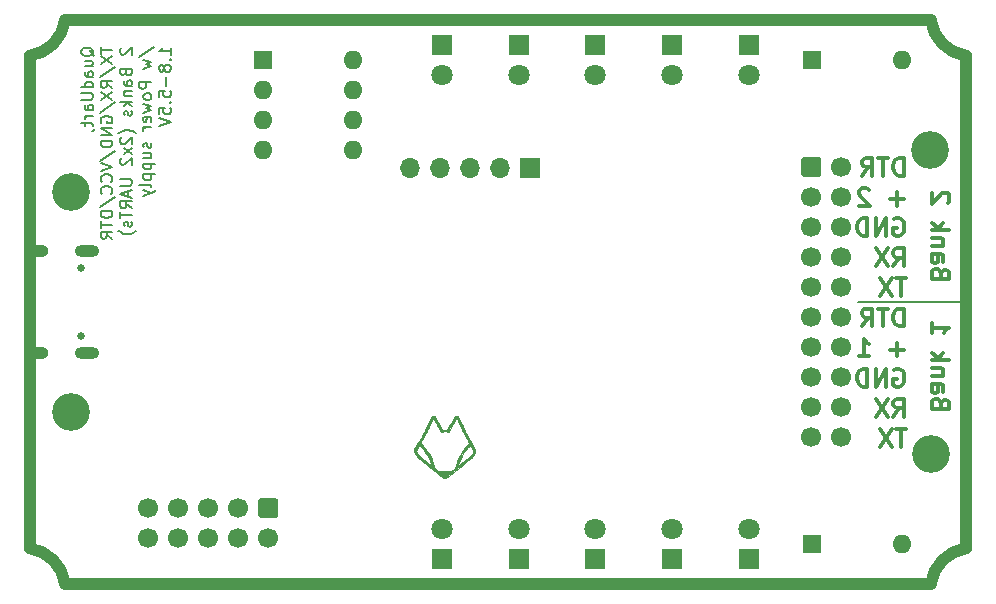
<source format=gbs>
%TF.GenerationSoftware,KiCad,Pcbnew,5.1.8-db9833491~88~ubuntu20.04.1*%
%TF.CreationDate,2020-11-29T18:06:49+01:00*%
%TF.ProjectId,QuadUart,51756164-5561-4727-942e-6b696361645f,rev?*%
%TF.SameCoordinates,PX8f0d180PY5e20ae0*%
%TF.FileFunction,Soldermask,Bot*%
%TF.FilePolarity,Negative*%
%FSLAX46Y46*%
G04 Gerber Fmt 4.6, Leading zero omitted, Abs format (unit mm)*
G04 Created by KiCad (PCBNEW 5.1.8-db9833491~88~ubuntu20.04.1) date 2020-11-29 18:06:49*
%MOMM*%
%LPD*%
G01*
G04 APERTURE LIST*
%ADD10C,0.150000*%
%ADD11C,0.300000*%
%ADD12C,1.000000*%
%ADD13C,0.010000*%
%ADD14O,1.700000X1.700000*%
%ADD15R,1.700000X1.700000*%
%ADD16C,3.200000*%
%ADD17O,2.100000X1.000000*%
%ADD18O,1.800000X1.000000*%
%ADD19C,0.650000*%
%ADD20O,1.600000X1.600000*%
%ADD21R,1.600000X1.600000*%
%ADD22C,1.700000*%
%ADD23C,1.800000*%
%ADD24R,1.800000X1.800000*%
G04 APERTURE END LIST*
D10*
X5947619Y45147739D02*
X5900000Y45242977D01*
X5804761Y45338215D01*
X5661904Y45481072D01*
X5614285Y45576310D01*
X5614285Y45671548D01*
X5852380Y45623929D02*
X5804761Y45719167D01*
X5709523Y45814405D01*
X5519047Y45862024D01*
X5185714Y45862024D01*
X4995238Y45814405D01*
X4900000Y45719167D01*
X4852380Y45623929D01*
X4852380Y45433453D01*
X4900000Y45338215D01*
X4995238Y45242977D01*
X5185714Y45195358D01*
X5519047Y45195358D01*
X5709523Y45242977D01*
X5804761Y45338215D01*
X5852380Y45433453D01*
X5852380Y45623929D01*
X5185714Y44338215D02*
X5852380Y44338215D01*
X5185714Y44766786D02*
X5709523Y44766786D01*
X5804761Y44719167D01*
X5852380Y44623929D01*
X5852380Y44481072D01*
X5804761Y44385834D01*
X5757142Y44338215D01*
X5852380Y43433453D02*
X5328571Y43433453D01*
X5233333Y43481072D01*
X5185714Y43576310D01*
X5185714Y43766786D01*
X5233333Y43862024D01*
X5804761Y43433453D02*
X5852380Y43528691D01*
X5852380Y43766786D01*
X5804761Y43862024D01*
X5709523Y43909643D01*
X5614285Y43909643D01*
X5519047Y43862024D01*
X5471428Y43766786D01*
X5471428Y43528691D01*
X5423809Y43433453D01*
X5852380Y42528691D02*
X4852380Y42528691D01*
X5804761Y42528691D02*
X5852380Y42623929D01*
X5852380Y42814405D01*
X5804761Y42909643D01*
X5757142Y42957262D01*
X5661904Y43004881D01*
X5376190Y43004881D01*
X5280952Y42957262D01*
X5233333Y42909643D01*
X5185714Y42814405D01*
X5185714Y42623929D01*
X5233333Y42528691D01*
X4852380Y42052500D02*
X5661904Y42052500D01*
X5757142Y42004881D01*
X5804761Y41957262D01*
X5852380Y41862024D01*
X5852380Y41671548D01*
X5804761Y41576310D01*
X5757142Y41528691D01*
X5661904Y41481072D01*
X4852380Y41481072D01*
X5852380Y40576310D02*
X5328571Y40576310D01*
X5233333Y40623929D01*
X5185714Y40719167D01*
X5185714Y40909643D01*
X5233333Y41004881D01*
X5804761Y40576310D02*
X5852380Y40671548D01*
X5852380Y40909643D01*
X5804761Y41004881D01*
X5709523Y41052500D01*
X5614285Y41052500D01*
X5519047Y41004881D01*
X5471428Y40909643D01*
X5471428Y40671548D01*
X5423809Y40576310D01*
X5852380Y40100120D02*
X5185714Y40100120D01*
X5376190Y40100120D02*
X5280952Y40052500D01*
X5233333Y40004881D01*
X5185714Y39909643D01*
X5185714Y39814405D01*
X5185714Y39623929D02*
X5185714Y39242977D01*
X4852380Y39481072D02*
X5709523Y39481072D01*
X5804761Y39433453D01*
X5852380Y39338215D01*
X5852380Y39242977D01*
X5804761Y38862024D02*
X5852380Y38862024D01*
X5947619Y38909643D01*
X5995238Y38957262D01*
X6502380Y45957262D02*
X6502380Y45385834D01*
X7502380Y45671548D02*
X6502380Y45671548D01*
X6502380Y45147739D02*
X7502380Y44481072D01*
X6502380Y44481072D02*
X7502380Y45147739D01*
X6454761Y43385834D02*
X7740476Y44242977D01*
X7502380Y42481072D02*
X7026190Y42814405D01*
X7502380Y43052500D02*
X6502380Y43052500D01*
X6502380Y42671548D01*
X6550000Y42576310D01*
X6597619Y42528691D01*
X6692857Y42481072D01*
X6835714Y42481072D01*
X6930952Y42528691D01*
X6978571Y42576310D01*
X7026190Y42671548D01*
X7026190Y43052500D01*
X6502380Y42147739D02*
X7502380Y41481072D01*
X6502380Y41481072D02*
X7502380Y42147739D01*
X6454761Y40385834D02*
X7740476Y41242977D01*
X6550000Y39528691D02*
X6502380Y39623929D01*
X6502380Y39766786D01*
X6550000Y39909643D01*
X6645238Y40004881D01*
X6740476Y40052500D01*
X6930952Y40100120D01*
X7073809Y40100120D01*
X7264285Y40052500D01*
X7359523Y40004881D01*
X7454761Y39909643D01*
X7502380Y39766786D01*
X7502380Y39671548D01*
X7454761Y39528691D01*
X7407142Y39481072D01*
X7073809Y39481072D01*
X7073809Y39671548D01*
X7502380Y39052500D02*
X6502380Y39052500D01*
X7502380Y38481072D01*
X6502380Y38481072D01*
X7502380Y38004881D02*
X6502380Y38004881D01*
X6502380Y37766786D01*
X6550000Y37623929D01*
X6645238Y37528691D01*
X6740476Y37481072D01*
X6930952Y37433453D01*
X7073809Y37433453D01*
X7264285Y37481072D01*
X7359523Y37528691D01*
X7454761Y37623929D01*
X7502380Y37766786D01*
X7502380Y38004881D01*
X6454761Y36290596D02*
X7740476Y37147739D01*
X6502380Y36100120D02*
X7502380Y35766786D01*
X6502380Y35433453D01*
X7407142Y34528691D02*
X7454761Y34576310D01*
X7502380Y34719167D01*
X7502380Y34814405D01*
X7454761Y34957262D01*
X7359523Y35052500D01*
X7264285Y35100120D01*
X7073809Y35147739D01*
X6930952Y35147739D01*
X6740476Y35100120D01*
X6645238Y35052500D01*
X6550000Y34957262D01*
X6502380Y34814405D01*
X6502380Y34719167D01*
X6550000Y34576310D01*
X6597619Y34528691D01*
X7407142Y33528691D02*
X7454761Y33576310D01*
X7502380Y33719167D01*
X7502380Y33814405D01*
X7454761Y33957262D01*
X7359523Y34052500D01*
X7264285Y34100120D01*
X7073809Y34147739D01*
X6930952Y34147739D01*
X6740476Y34100120D01*
X6645238Y34052500D01*
X6550000Y33957262D01*
X6502380Y33814405D01*
X6502380Y33719167D01*
X6550000Y33576310D01*
X6597619Y33528691D01*
X6454761Y32385834D02*
X7740476Y33242977D01*
X7502380Y32052500D02*
X6502380Y32052500D01*
X6502380Y31814405D01*
X6550000Y31671548D01*
X6645238Y31576310D01*
X6740476Y31528691D01*
X6930952Y31481072D01*
X7073809Y31481072D01*
X7264285Y31528691D01*
X7359523Y31576310D01*
X7454761Y31671548D01*
X7502380Y31814405D01*
X7502380Y32052500D01*
X6502380Y31195358D02*
X6502380Y30623929D01*
X7502380Y30909643D02*
X6502380Y30909643D01*
X7502380Y29719167D02*
X7026190Y30052500D01*
X7502380Y30290596D02*
X6502380Y30290596D01*
X6502380Y29909643D01*
X6550000Y29814405D01*
X6597619Y29766786D01*
X6692857Y29719167D01*
X6835714Y29719167D01*
X6930952Y29766786D01*
X6978571Y29814405D01*
X7026190Y29909643D01*
X7026190Y30290596D01*
X8247619Y45862024D02*
X8200000Y45814405D01*
X8152380Y45719167D01*
X8152380Y45481072D01*
X8200000Y45385834D01*
X8247619Y45338215D01*
X8342857Y45290596D01*
X8438095Y45290596D01*
X8580952Y45338215D01*
X9152380Y45909643D01*
X9152380Y45290596D01*
X8628571Y43766786D02*
X8676190Y43623929D01*
X8723809Y43576310D01*
X8819047Y43528691D01*
X8961904Y43528691D01*
X9057142Y43576310D01*
X9104761Y43623929D01*
X9152380Y43719167D01*
X9152380Y44100120D01*
X8152380Y44100120D01*
X8152380Y43766786D01*
X8200000Y43671548D01*
X8247619Y43623929D01*
X8342857Y43576310D01*
X8438095Y43576310D01*
X8533333Y43623929D01*
X8580952Y43671548D01*
X8628571Y43766786D01*
X8628571Y44100120D01*
X9152380Y42671548D02*
X8628571Y42671548D01*
X8533333Y42719167D01*
X8485714Y42814405D01*
X8485714Y43004881D01*
X8533333Y43100120D01*
X9104761Y42671548D02*
X9152380Y42766786D01*
X9152380Y43004881D01*
X9104761Y43100120D01*
X9009523Y43147739D01*
X8914285Y43147739D01*
X8819047Y43100120D01*
X8771428Y43004881D01*
X8771428Y42766786D01*
X8723809Y42671548D01*
X8485714Y42195358D02*
X9152380Y42195358D01*
X8580952Y42195358D02*
X8533333Y42147739D01*
X8485714Y42052501D01*
X8485714Y41909643D01*
X8533333Y41814405D01*
X8628571Y41766786D01*
X9152380Y41766786D01*
X9152380Y41290596D02*
X8152380Y41290596D01*
X8771428Y41195358D02*
X9152380Y40909643D01*
X8485714Y40909643D02*
X8866666Y41290596D01*
X9104761Y40528691D02*
X9152380Y40433453D01*
X9152380Y40242977D01*
X9104761Y40147739D01*
X9009523Y40100120D01*
X8961904Y40100120D01*
X8866666Y40147739D01*
X8819047Y40242977D01*
X8819047Y40385834D01*
X8771428Y40481072D01*
X8676190Y40528691D01*
X8628571Y40528691D01*
X8533333Y40481072D01*
X8485714Y40385834D01*
X8485714Y40242977D01*
X8533333Y40147739D01*
X9533333Y38623929D02*
X9485714Y38671548D01*
X9342857Y38766786D01*
X9247619Y38814405D01*
X9104761Y38862024D01*
X8866666Y38909643D01*
X8676190Y38909643D01*
X8438095Y38862024D01*
X8295238Y38814405D01*
X8200000Y38766786D01*
X8057142Y38671548D01*
X8009523Y38623929D01*
X8247619Y38290596D02*
X8200000Y38242977D01*
X8152380Y38147739D01*
X8152380Y37909643D01*
X8200000Y37814405D01*
X8247619Y37766786D01*
X8342857Y37719167D01*
X8438095Y37719167D01*
X8580952Y37766786D01*
X9152380Y38338215D01*
X9152380Y37719167D01*
X9152380Y37385834D02*
X8485714Y36862024D01*
X8485714Y37385834D02*
X9152380Y36862024D01*
X8247619Y36528691D02*
X8200000Y36481072D01*
X8152380Y36385834D01*
X8152380Y36147739D01*
X8200000Y36052501D01*
X8247619Y36004881D01*
X8342857Y35957262D01*
X8438095Y35957262D01*
X8580952Y36004881D01*
X9152380Y36576310D01*
X9152380Y35957262D01*
X8152380Y34766786D02*
X8961904Y34766786D01*
X9057142Y34719167D01*
X9104761Y34671548D01*
X9152380Y34576310D01*
X9152380Y34385834D01*
X9104761Y34290596D01*
X9057142Y34242977D01*
X8961904Y34195358D01*
X8152380Y34195358D01*
X8866666Y33766786D02*
X8866666Y33290596D01*
X9152380Y33862024D02*
X8152380Y33528691D01*
X9152380Y33195358D01*
X9152380Y32290596D02*
X8676190Y32623929D01*
X9152380Y32862024D02*
X8152380Y32862024D01*
X8152380Y32481072D01*
X8200000Y32385834D01*
X8247619Y32338215D01*
X8342857Y32290596D01*
X8485714Y32290596D01*
X8580952Y32338215D01*
X8628571Y32385834D01*
X8676190Y32481072D01*
X8676190Y32862024D01*
X8152380Y32004881D02*
X8152380Y31433453D01*
X9152380Y31719167D02*
X8152380Y31719167D01*
X9104761Y31147739D02*
X9152380Y31052501D01*
X9152380Y30862024D01*
X9104761Y30766786D01*
X9009523Y30719167D01*
X8961904Y30719167D01*
X8866666Y30766786D01*
X8819047Y30862024D01*
X8819047Y31004881D01*
X8771428Y31100120D01*
X8676190Y31147739D01*
X8628571Y31147739D01*
X8533333Y31100120D01*
X8485714Y31004881D01*
X8485714Y30862024D01*
X8533333Y30766786D01*
X9533333Y30385834D02*
X9485714Y30338215D01*
X9342857Y30242977D01*
X9247619Y30195358D01*
X9104761Y30147739D01*
X8866666Y30100120D01*
X8676190Y30100120D01*
X8438095Y30147739D01*
X8295238Y30195358D01*
X8200000Y30242977D01*
X8057142Y30338215D01*
X8009523Y30385834D01*
X9754761Y45100120D02*
X11040476Y45957262D01*
X10135714Y44862024D02*
X10802380Y44671548D01*
X10326190Y44481072D01*
X10802380Y44290596D01*
X10135714Y44100120D01*
X10802380Y42957262D02*
X9802380Y42957262D01*
X9802380Y42576310D01*
X9850000Y42481072D01*
X9897619Y42433453D01*
X9992857Y42385834D01*
X10135714Y42385834D01*
X10230952Y42433453D01*
X10278571Y42481072D01*
X10326190Y42576310D01*
X10326190Y42957262D01*
X10802380Y41814405D02*
X10754761Y41909643D01*
X10707142Y41957262D01*
X10611904Y42004881D01*
X10326190Y42004881D01*
X10230952Y41957262D01*
X10183333Y41909643D01*
X10135714Y41814405D01*
X10135714Y41671548D01*
X10183333Y41576310D01*
X10230952Y41528691D01*
X10326190Y41481072D01*
X10611904Y41481072D01*
X10707142Y41528691D01*
X10754761Y41576310D01*
X10802380Y41671548D01*
X10802380Y41814405D01*
X10135714Y41147739D02*
X10802380Y40957262D01*
X10326190Y40766786D01*
X10802380Y40576310D01*
X10135714Y40385834D01*
X10754761Y39623929D02*
X10802380Y39719167D01*
X10802380Y39909643D01*
X10754761Y40004881D01*
X10659523Y40052500D01*
X10278571Y40052500D01*
X10183333Y40004881D01*
X10135714Y39909643D01*
X10135714Y39719167D01*
X10183333Y39623929D01*
X10278571Y39576310D01*
X10373809Y39576310D01*
X10469047Y40052500D01*
X10802380Y39147739D02*
X10135714Y39147739D01*
X10326190Y39147739D02*
X10230952Y39100120D01*
X10183333Y39052500D01*
X10135714Y38957262D01*
X10135714Y38862024D01*
X10754761Y37814405D02*
X10802380Y37719167D01*
X10802380Y37528691D01*
X10754761Y37433453D01*
X10659523Y37385834D01*
X10611904Y37385834D01*
X10516666Y37433453D01*
X10469047Y37528691D01*
X10469047Y37671548D01*
X10421428Y37766786D01*
X10326190Y37814405D01*
X10278571Y37814405D01*
X10183333Y37766786D01*
X10135714Y37671548D01*
X10135714Y37528691D01*
X10183333Y37433453D01*
X10135714Y36528691D02*
X10802380Y36528691D01*
X10135714Y36957262D02*
X10659523Y36957262D01*
X10754761Y36909643D01*
X10802380Y36814405D01*
X10802380Y36671548D01*
X10754761Y36576310D01*
X10707142Y36528691D01*
X10135714Y36052500D02*
X11135714Y36052500D01*
X10183333Y36052500D02*
X10135714Y35957262D01*
X10135714Y35766786D01*
X10183333Y35671548D01*
X10230952Y35623929D01*
X10326190Y35576310D01*
X10611904Y35576310D01*
X10707142Y35623929D01*
X10754761Y35671548D01*
X10802380Y35766786D01*
X10802380Y35957262D01*
X10754761Y36052500D01*
X10135714Y35147739D02*
X11135714Y35147739D01*
X10183333Y35147739D02*
X10135714Y35052500D01*
X10135714Y34862024D01*
X10183333Y34766786D01*
X10230952Y34719167D01*
X10326190Y34671548D01*
X10611904Y34671548D01*
X10707142Y34719167D01*
X10754761Y34766786D01*
X10802380Y34862024D01*
X10802380Y35052500D01*
X10754761Y35147739D01*
X10802380Y34100120D02*
X10754761Y34195358D01*
X10659523Y34242977D01*
X9802380Y34242977D01*
X10135714Y33814405D02*
X10802380Y33576310D01*
X10135714Y33338215D02*
X10802380Y33576310D01*
X11040476Y33671548D01*
X11088095Y33719167D01*
X11135714Y33814405D01*
X12452380Y45290596D02*
X12452380Y45862024D01*
X12452380Y45576310D02*
X11452380Y45576310D01*
X11595238Y45671548D01*
X11690476Y45766786D01*
X11738095Y45862024D01*
X12357142Y44862024D02*
X12404761Y44814405D01*
X12452380Y44862024D01*
X12404761Y44909643D01*
X12357142Y44862024D01*
X12452380Y44862024D01*
X11880952Y44242977D02*
X11833333Y44338215D01*
X11785714Y44385834D01*
X11690476Y44433453D01*
X11642857Y44433453D01*
X11547619Y44385834D01*
X11500000Y44338215D01*
X11452380Y44242977D01*
X11452380Y44052500D01*
X11500000Y43957262D01*
X11547619Y43909643D01*
X11642857Y43862024D01*
X11690476Y43862024D01*
X11785714Y43909643D01*
X11833333Y43957262D01*
X11880952Y44052500D01*
X11880952Y44242977D01*
X11928571Y44338215D01*
X11976190Y44385834D01*
X12071428Y44433453D01*
X12261904Y44433453D01*
X12357142Y44385834D01*
X12404761Y44338215D01*
X12452380Y44242977D01*
X12452380Y44052500D01*
X12404761Y43957262D01*
X12357142Y43909643D01*
X12261904Y43862024D01*
X12071428Y43862024D01*
X11976190Y43909643D01*
X11928571Y43957262D01*
X11880952Y44052500D01*
X12071428Y43433453D02*
X12071428Y42671548D01*
X11452380Y41719167D02*
X11452380Y42195358D01*
X11928571Y42242977D01*
X11880952Y42195358D01*
X11833333Y42100120D01*
X11833333Y41862024D01*
X11880952Y41766786D01*
X11928571Y41719167D01*
X12023809Y41671548D01*
X12261904Y41671548D01*
X12357142Y41719167D01*
X12404761Y41766786D01*
X12452380Y41862024D01*
X12452380Y42100120D01*
X12404761Y42195358D01*
X12357142Y42242977D01*
X12357142Y41242977D02*
X12404761Y41195358D01*
X12452380Y41242977D01*
X12404761Y41290596D01*
X12357142Y41242977D01*
X12452380Y41242977D01*
X11452380Y40290596D02*
X11452380Y40766786D01*
X11928571Y40814405D01*
X11880952Y40766786D01*
X11833333Y40671548D01*
X11833333Y40433453D01*
X11880952Y40338215D01*
X11928571Y40290596D01*
X12023809Y40242977D01*
X12261904Y40242977D01*
X12357142Y40290596D01*
X12404761Y40338215D01*
X12452380Y40433453D01*
X12452380Y40671548D01*
X12404761Y40766786D01*
X12357142Y40814405D01*
X11452380Y39957262D02*
X12452380Y39623929D01*
X11452380Y39290596D01*
D11*
X77657142Y26757143D02*
X77585714Y26971429D01*
X77514285Y27042858D01*
X77371428Y27114286D01*
X77157142Y27114286D01*
X77014285Y27042858D01*
X76942857Y26971429D01*
X76871428Y26828572D01*
X76871428Y26257143D01*
X78371428Y26257143D01*
X78371428Y26757143D01*
X78300000Y26900000D01*
X78228571Y26971429D01*
X78085714Y27042858D01*
X77942857Y27042858D01*
X77800000Y26971429D01*
X77728571Y26900000D01*
X77657142Y26757143D01*
X77657142Y26257143D01*
X76871428Y28400000D02*
X77657142Y28400000D01*
X77800000Y28328572D01*
X77871428Y28185715D01*
X77871428Y27900000D01*
X77800000Y27757143D01*
X76942857Y28400000D02*
X76871428Y28257143D01*
X76871428Y27900000D01*
X76942857Y27757143D01*
X77085714Y27685715D01*
X77228571Y27685715D01*
X77371428Y27757143D01*
X77442857Y27900000D01*
X77442857Y28257143D01*
X77514285Y28400000D01*
X77871428Y29114286D02*
X76871428Y29114286D01*
X77728571Y29114286D02*
X77800000Y29185715D01*
X77871428Y29328572D01*
X77871428Y29542858D01*
X77800000Y29685715D01*
X77657142Y29757143D01*
X76871428Y29757143D01*
X76871428Y30471429D02*
X78371428Y30471429D01*
X77442857Y30614286D02*
X76871428Y31042858D01*
X77871428Y31042858D02*
X77300000Y30471429D01*
X78228571Y32757143D02*
X78300000Y32828572D01*
X78371428Y32971429D01*
X78371428Y33328572D01*
X78300000Y33471429D01*
X78228571Y33542858D01*
X78085714Y33614286D01*
X77942857Y33614286D01*
X77728571Y33542858D01*
X76871428Y32685715D01*
X76871428Y33614286D01*
X77657142Y15757143D02*
X77585714Y15971429D01*
X77514285Y16042858D01*
X77371428Y16114286D01*
X77157142Y16114286D01*
X77014285Y16042858D01*
X76942857Y15971429D01*
X76871428Y15828572D01*
X76871428Y15257143D01*
X78371428Y15257143D01*
X78371428Y15757143D01*
X78300000Y15900000D01*
X78228571Y15971429D01*
X78085714Y16042858D01*
X77942857Y16042858D01*
X77800000Y15971429D01*
X77728571Y15900000D01*
X77657142Y15757143D01*
X77657142Y15257143D01*
X76871428Y17400000D02*
X77657142Y17400000D01*
X77800000Y17328572D01*
X77871428Y17185715D01*
X77871428Y16900000D01*
X77800000Y16757143D01*
X76942857Y17400000D02*
X76871428Y17257143D01*
X76871428Y16900000D01*
X76942857Y16757143D01*
X77085714Y16685715D01*
X77228571Y16685715D01*
X77371428Y16757143D01*
X77442857Y16900000D01*
X77442857Y17257143D01*
X77514285Y17400000D01*
X77871428Y18114286D02*
X76871428Y18114286D01*
X77728571Y18114286D02*
X77800000Y18185715D01*
X77871428Y18328572D01*
X77871428Y18542858D01*
X77800000Y18685715D01*
X77657142Y18757143D01*
X76871428Y18757143D01*
X76871428Y19471429D02*
X78371428Y19471429D01*
X77442857Y19614286D02*
X76871428Y20042858D01*
X77871428Y20042858D02*
X77300000Y19471429D01*
X76871428Y22614286D02*
X76871428Y21757143D01*
X76871428Y22185715D02*
X78371428Y22185715D01*
X78157142Y22042858D01*
X78014285Y21900000D01*
X77942857Y21757143D01*
D10*
X79400000Y24350000D02*
X70600000Y24350000D01*
D11*
X74497857Y35046429D02*
X74497857Y36546429D01*
X74140714Y36546429D01*
X73926428Y36475000D01*
X73783571Y36332143D01*
X73712142Y36189286D01*
X73640714Y35903572D01*
X73640714Y35689286D01*
X73712142Y35403572D01*
X73783571Y35260715D01*
X73926428Y35117858D01*
X74140714Y35046429D01*
X74497857Y35046429D01*
X73212142Y36546429D02*
X72355000Y36546429D01*
X72783571Y35046429D02*
X72783571Y36546429D01*
X70997857Y35046429D02*
X71497857Y35760715D01*
X71855000Y35046429D02*
X71855000Y36546429D01*
X71283571Y36546429D01*
X71140714Y36475000D01*
X71069285Y36403572D01*
X70997857Y36260715D01*
X70997857Y36046429D01*
X71069285Y35903572D01*
X71140714Y35832143D01*
X71283571Y35760715D01*
X71855000Y35760715D01*
X74497857Y33067858D02*
X73355000Y33067858D01*
X73926428Y32496429D02*
X73926428Y33639286D01*
X71569285Y33853572D02*
X71497857Y33925000D01*
X71355000Y33996429D01*
X70997857Y33996429D01*
X70855000Y33925000D01*
X70783571Y33853572D01*
X70712142Y33710715D01*
X70712142Y33567858D01*
X70783571Y33353572D01*
X71640714Y32496429D01*
X70712142Y32496429D01*
X73712142Y31375000D02*
X73855000Y31446429D01*
X74069285Y31446429D01*
X74283571Y31375000D01*
X74426428Y31232143D01*
X74497857Y31089286D01*
X74569285Y30803572D01*
X74569285Y30589286D01*
X74497857Y30303572D01*
X74426428Y30160715D01*
X74283571Y30017858D01*
X74069285Y29946429D01*
X73926428Y29946429D01*
X73712142Y30017858D01*
X73640714Y30089286D01*
X73640714Y30589286D01*
X73926428Y30589286D01*
X72997857Y29946429D02*
X72997857Y31446429D01*
X72140714Y29946429D01*
X72140714Y31446429D01*
X71426428Y29946429D02*
X71426428Y31446429D01*
X71069285Y31446429D01*
X70855000Y31375000D01*
X70712142Y31232143D01*
X70640714Y31089286D01*
X70569285Y30803572D01*
X70569285Y30589286D01*
X70640714Y30303572D01*
X70712142Y30160715D01*
X70855000Y30017858D01*
X71069285Y29946429D01*
X71426428Y29946429D01*
X73640714Y27396429D02*
X74140714Y28110715D01*
X74497857Y27396429D02*
X74497857Y28896429D01*
X73926428Y28896429D01*
X73783571Y28825000D01*
X73712142Y28753572D01*
X73640714Y28610715D01*
X73640714Y28396429D01*
X73712142Y28253572D01*
X73783571Y28182143D01*
X73926428Y28110715D01*
X74497857Y28110715D01*
X73140714Y28896429D02*
X72140714Y27396429D01*
X72140714Y28896429D02*
X73140714Y27396429D01*
X74712142Y26346429D02*
X73855000Y26346429D01*
X74283571Y24846429D02*
X74283571Y26346429D01*
X73497857Y26346429D02*
X72497857Y24846429D01*
X72497857Y26346429D02*
X73497857Y24846429D01*
X74497857Y22296429D02*
X74497857Y23796429D01*
X74140714Y23796429D01*
X73926428Y23725000D01*
X73783571Y23582143D01*
X73712142Y23439286D01*
X73640714Y23153572D01*
X73640714Y22939286D01*
X73712142Y22653572D01*
X73783571Y22510715D01*
X73926428Y22367858D01*
X74140714Y22296429D01*
X74497857Y22296429D01*
X73212142Y23796429D02*
X72355000Y23796429D01*
X72783571Y22296429D02*
X72783571Y23796429D01*
X70997857Y22296429D02*
X71497857Y23010715D01*
X71855000Y22296429D02*
X71855000Y23796429D01*
X71283571Y23796429D01*
X71140714Y23725000D01*
X71069285Y23653572D01*
X70997857Y23510715D01*
X70997857Y23296429D01*
X71069285Y23153572D01*
X71140714Y23082143D01*
X71283571Y23010715D01*
X71855000Y23010715D01*
X74497857Y20317858D02*
X73355000Y20317858D01*
X73926428Y19746429D02*
X73926428Y20889286D01*
X70712142Y19746429D02*
X71569285Y19746429D01*
X71140714Y19746429D02*
X71140714Y21246429D01*
X71283571Y21032143D01*
X71426428Y20889286D01*
X71569285Y20817858D01*
X73712142Y18625000D02*
X73855000Y18696429D01*
X74069285Y18696429D01*
X74283571Y18625000D01*
X74426428Y18482143D01*
X74497857Y18339286D01*
X74569285Y18053572D01*
X74569285Y17839286D01*
X74497857Y17553572D01*
X74426428Y17410715D01*
X74283571Y17267858D01*
X74069285Y17196429D01*
X73926428Y17196429D01*
X73712142Y17267858D01*
X73640714Y17339286D01*
X73640714Y17839286D01*
X73926428Y17839286D01*
X72997857Y17196429D02*
X72997857Y18696429D01*
X72140714Y17196429D01*
X72140714Y18696429D01*
X71426428Y17196429D02*
X71426428Y18696429D01*
X71069285Y18696429D01*
X70855000Y18625000D01*
X70712142Y18482143D01*
X70640714Y18339286D01*
X70569285Y18053572D01*
X70569285Y17839286D01*
X70640714Y17553572D01*
X70712142Y17410715D01*
X70855000Y17267858D01*
X71069285Y17196429D01*
X71426428Y17196429D01*
X73640714Y14646429D02*
X74140714Y15360715D01*
X74497857Y14646429D02*
X74497857Y16146429D01*
X73926428Y16146429D01*
X73783571Y16075000D01*
X73712142Y16003572D01*
X73640714Y15860715D01*
X73640714Y15646429D01*
X73712142Y15503572D01*
X73783571Y15432143D01*
X73926428Y15360715D01*
X74497857Y15360715D01*
X73140714Y16146429D02*
X72140714Y14646429D01*
X72140714Y16146429D02*
X73140714Y14646429D01*
X74712142Y13596429D02*
X73855000Y13596429D01*
X74283571Y12096429D02*
X74283571Y13596429D01*
X73497857Y13596429D02*
X72497857Y12096429D01*
X72497857Y13596429D02*
X73497857Y12096429D01*
D12*
X79797569Y3499652D02*
G75*
G03*
X76800000Y500000I502431J-3499652D01*
G01*
X79800000Y3500000D02*
X79800000Y45200000D01*
X76800348Y48197569D02*
G75*
G03*
X79800000Y45200000I3499652J502431D01*
G01*
X76800000Y48200000D02*
X3500000Y48200000D01*
X502431Y45200348D02*
G75*
G03*
X3500000Y48200000I-502431J3499652D01*
G01*
X500000Y3500000D02*
X500000Y45200000D01*
X3499652Y502431D02*
G75*
G03*
X500000Y3500000I-3499652J-502431D01*
G01*
X76800000Y500000D02*
X3500000Y500000D01*
D13*
%TO.C,MARK1*%
G36*
X36515636Y14673781D02*
G01*
X36493371Y14645224D01*
X36466581Y14605180D01*
X36440179Y14561109D01*
X36433722Y14549427D01*
X36419423Y14523376D01*
X36395961Y14481072D01*
X36364559Y14424705D01*
X36326443Y14356465D01*
X36282836Y14278540D01*
X36234963Y14193122D01*
X36184048Y14102398D01*
X36131315Y14008560D01*
X36127825Y14002354D01*
X35867432Y13539333D01*
X35432568Y13539333D01*
X35172175Y14002354D01*
X35119366Y14096321D01*
X35068294Y14187315D01*
X35020184Y14273149D01*
X34976260Y14351631D01*
X34937746Y14420573D01*
X34905867Y14477785D01*
X34881847Y14521078D01*
X34866911Y14548261D01*
X34866278Y14549427D01*
X34840829Y14593305D01*
X34813659Y14635179D01*
X34789680Y14667591D01*
X34784365Y14673781D01*
X34747954Y14714083D01*
X34561748Y14714083D01*
X34530329Y14671361D01*
X34519515Y14653228D01*
X34500826Y14617995D01*
X34475298Y14567765D01*
X34443965Y14504637D01*
X34407861Y14430714D01*
X34368021Y14348097D01*
X34325479Y14258887D01*
X34284140Y14171298D01*
X34210923Y14015417D01*
X34145731Y13876790D01*
X34087591Y13753512D01*
X34035528Y13643676D01*
X33988570Y13545377D01*
X33945744Y13456711D01*
X33906077Y13375771D01*
X33868596Y13300653D01*
X33832327Y13229450D01*
X33796298Y13160258D01*
X33759535Y13091170D01*
X33721066Y13020282D01*
X33679917Y12945687D01*
X33635116Y12865482D01*
X33585688Y12777759D01*
X33530662Y12680614D01*
X33469064Y12572141D01*
X33453359Y12544500D01*
X33083542Y11893625D01*
X33080012Y11775648D01*
X33078932Y11720602D01*
X33080094Y11680002D01*
X33084313Y11647174D01*
X33092402Y11615445D01*
X33103567Y11582585D01*
X33149471Y11473811D01*
X33206356Y11374327D01*
X33277726Y11278573D01*
X33336984Y11212048D01*
X33353193Y11197020D01*
X33384892Y11169665D01*
X33431019Y11130849D01*
X33490512Y11081437D01*
X33562310Y11022296D01*
X33645350Y10954292D01*
X33738570Y10878289D01*
X33840908Y10795155D01*
X33951302Y10705754D01*
X34068691Y10610954D01*
X34192011Y10511618D01*
X34320201Y10408614D01*
X34452199Y10302807D01*
X34456660Y10299236D01*
X35512278Y9454167D01*
X35652577Y9454956D01*
X35792875Y9455745D01*
X36833629Y10289685D01*
X36964624Y10394728D01*
X37091778Y10496845D01*
X37214030Y10595174D01*
X37330316Y10688856D01*
X37439576Y10777029D01*
X37540748Y10858834D01*
X37632769Y10933410D01*
X37714578Y10999896D01*
X37785112Y11057432D01*
X37843311Y11105156D01*
X37888111Y11142209D01*
X37918451Y11167730D01*
X37932945Y11180542D01*
X37976400Y11226465D01*
X38023137Y11281961D01*
X38068757Y11341257D01*
X38108860Y11398583D01*
X38139044Y11448165D01*
X38143628Y11456889D01*
X38160872Y11494025D01*
X38180379Y11540631D01*
X38196525Y11582839D01*
X38208723Y11619143D01*
X38216335Y11650651D01*
X38220171Y11684031D01*
X38221042Y11725948D01*
X38220668Y11743601D01*
X38068070Y11743601D01*
X38056596Y11698350D01*
X38034206Y11643575D01*
X38002635Y11582277D01*
X37963617Y11517456D01*
X37918889Y11452114D01*
X37870184Y11389251D01*
X37819238Y11331869D01*
X37797066Y11309620D01*
X37782390Y11296728D01*
X37753584Y11272557D01*
X37712342Y11238472D01*
X37660358Y11195840D01*
X37599325Y11146026D01*
X37530937Y11090397D01*
X37456888Y11030319D01*
X37378872Y10967158D01*
X37298582Y10902280D01*
X37217711Y10837051D01*
X37137955Y10772837D01*
X37061005Y10711004D01*
X36988557Y10652919D01*
X36922304Y10599946D01*
X36863939Y10553454D01*
X36815156Y10514807D01*
X36777649Y10485371D01*
X36753111Y10466514D01*
X36743237Y10459600D01*
X36743176Y10459591D01*
X36745594Y10468985D01*
X36753751Y10494753D01*
X36766464Y10533270D01*
X36782547Y10580906D01*
X36787645Y10595829D01*
X36855490Y10778016D01*
X36936300Y10967960D01*
X37027489Y11160629D01*
X37126473Y11350988D01*
X37230666Y11534005D01*
X37337482Y11704644D01*
X37415654Y11818538D01*
X37457555Y11873097D01*
X37507955Y11932602D01*
X37563144Y11993201D01*
X37619411Y12051042D01*
X37673048Y12102271D01*
X37720344Y12143036D01*
X37747482Y12163142D01*
X37779890Y12184038D01*
X37805619Y12199253D01*
X37819543Y12205775D01*
X37820084Y12205833D01*
X37827365Y12197087D01*
X37843060Y12172936D01*
X37865366Y12136516D01*
X37892482Y12090963D01*
X37922605Y12039412D01*
X37953936Y11984997D01*
X37984671Y11930854D01*
X38013010Y11880119D01*
X38037151Y11835925D01*
X38055292Y11801409D01*
X38065633Y11779705D01*
X38066892Y11776326D01*
X38068070Y11743601D01*
X38220668Y11743601D01*
X38219988Y11775648D01*
X38216458Y11893625D01*
X37945547Y12370427D01*
X37731945Y12370427D01*
X37724268Y12360743D01*
X37701900Y12345911D01*
X37669622Y12329084D01*
X37668445Y12328532D01*
X37639010Y12312916D01*
X37608760Y12292439D01*
X37574535Y12264483D01*
X37533174Y12226429D01*
X37481517Y12175661D01*
X37470333Y12164418D01*
X37373522Y12059980D01*
X37280408Y11945114D01*
X37189519Y11817651D01*
X37099385Y11675420D01*
X37008533Y11516252D01*
X36932196Y11371042D01*
X36846841Y11198096D01*
X36773563Y11038123D01*
X36711026Y10887723D01*
X36657896Y10743493D01*
X36612835Y10602033D01*
X36574727Y10460825D01*
X36560911Y10405819D01*
X36548396Y10357743D01*
X36538239Y10320534D01*
X36531501Y10298130D01*
X36529827Y10293852D01*
X36519898Y10283871D01*
X36495885Y10262841D01*
X36460291Y10232862D01*
X36415621Y10196032D01*
X36364378Y10154449D01*
X36343208Y10137442D01*
X36279084Y10086642D01*
X36229260Y10048570D01*
X36192061Y10022072D01*
X36165809Y10005996D01*
X36148827Y9999188D01*
X36142125Y9999140D01*
X36121160Y10004804D01*
X36087411Y10013806D01*
X36052167Y10023145D01*
X36029674Y10028351D01*
X36004251Y10032475D01*
X35973291Y10035631D01*
X35934187Y10037933D01*
X35884333Y10039494D01*
X35821123Y10040427D01*
X35741948Y10040845D01*
X35644708Y10040863D01*
X35549817Y10040652D01*
X35473343Y10040198D01*
X35412535Y10039346D01*
X35364643Y10037943D01*
X35326919Y10035835D01*
X35296610Y10032866D01*
X35270969Y10028884D01*
X35247244Y10023733D01*
X35222685Y10017260D01*
X35222429Y10017189D01*
X35180309Y10006919D01*
X35147408Y10001642D01*
X35128701Y10002104D01*
X35127179Y10002890D01*
X35089706Y10032006D01*
X35045165Y10067228D01*
X34996370Y10106260D01*
X34946141Y10146803D01*
X34897292Y10186562D01*
X34852642Y10223241D01*
X34815007Y10254541D01*
X34787204Y10278168D01*
X34772050Y10291823D01*
X34770173Y10293957D01*
X34765389Y10308084D01*
X34756694Y10338853D01*
X34745147Y10382329D01*
X34731806Y10434579D01*
X34725273Y10460825D01*
X34723569Y10467136D01*
X34548014Y10467136D01*
X34546683Y10467298D01*
X34536249Y10475595D01*
X34510756Y10495941D01*
X34471673Y10527163D01*
X34420468Y10568085D01*
X34358609Y10617535D01*
X34287567Y10674338D01*
X34208809Y10737320D01*
X34123804Y10805306D01*
X34034021Y10877124D01*
X34030750Y10879741D01*
X33917130Y10970779D01*
X33818788Y11049978D01*
X33734346Y11118560D01*
X33662431Y11177754D01*
X33601667Y11228784D01*
X33550678Y11272876D01*
X33508090Y11311255D01*
X33472526Y11345147D01*
X33442611Y11375779D01*
X33416971Y11404374D01*
X33394230Y11432160D01*
X33373012Y11460362D01*
X33362134Y11475583D01*
X33323095Y11535480D01*
X33289018Y11596373D01*
X33261461Y11654634D01*
X33241978Y11706638D01*
X33232126Y11748758D01*
X33233108Y11776326D01*
X33240917Y11793841D01*
X33257036Y11825054D01*
X33279664Y11866831D01*
X33307000Y11916035D01*
X33337240Y11969533D01*
X33368585Y12024189D01*
X33399233Y12076867D01*
X33427381Y12124433D01*
X33451229Y12163751D01*
X33468974Y12191687D01*
X33478816Y12205105D01*
X33479917Y12205833D01*
X33492397Y12200334D01*
X33517187Y12185843D01*
X33549164Y12165375D01*
X33552519Y12163142D01*
X33593234Y12131903D01*
X33642865Y12087526D01*
X33697700Y12033865D01*
X33754031Y11974772D01*
X33808148Y11914098D01*
X33856342Y11855697D01*
X33884347Y11818538D01*
X33991904Y11659418D01*
X34098650Y11484232D01*
X34202004Y11298007D01*
X34299386Y11105770D01*
X34388213Y10912547D01*
X34465906Y10723366D01*
X34512798Y10594536D01*
X34528825Y10545849D01*
X34540612Y10506226D01*
X34547296Y10478908D01*
X34548014Y10467136D01*
X34723569Y10467136D01*
X34686910Y10602902D01*
X34641804Y10744368D01*
X34588619Y10888626D01*
X34526021Y11039075D01*
X34452673Y11199117D01*
X34367804Y11371042D01*
X34275258Y11545774D01*
X34184641Y11701784D01*
X34094480Y11841241D01*
X34003304Y11966315D01*
X33909643Y12079176D01*
X33829667Y12164418D01*
X33775708Y12217885D01*
X33732643Y12258142D01*
X33697310Y12287806D01*
X33666551Y12309497D01*
X33637205Y12325831D01*
X33631556Y12328532D01*
X33599032Y12345371D01*
X33576262Y12360320D01*
X33568025Y12370223D01*
X33568056Y12370427D01*
X33573637Y12381834D01*
X33588548Y12409564D01*
X33611639Y12451547D01*
X33641757Y12505715D01*
X33677754Y12570001D01*
X33718477Y12642337D01*
X33762777Y12720654D01*
X33771226Y12735552D01*
X33823169Y12827813D01*
X33871220Y12914850D01*
X33916964Y12999770D01*
X33961990Y13085683D01*
X34007885Y13175696D01*
X34056234Y13272917D01*
X34108625Y13380455D01*
X34166645Y13501417D01*
X34224832Y13624000D01*
X34273709Y13727444D01*
X34321320Y13828381D01*
X34366621Y13924588D01*
X34408571Y14013846D01*
X34446128Y14093933D01*
X34478250Y14162628D01*
X34503893Y14217710D01*
X34522017Y14256959D01*
X34527767Y14269583D01*
X34552969Y14324500D01*
X34580078Y14382134D01*
X34605093Y14434037D01*
X34617678Y14459399D01*
X34657408Y14538090D01*
X34676968Y14512316D01*
X34688303Y14494414D01*
X34707123Y14461416D01*
X34731345Y14417108D01*
X34758890Y14365276D01*
X34778391Y14327792D01*
X34806240Y14274351D01*
X34831396Y14227132D01*
X34852006Y14189529D01*
X34866221Y14164934D01*
X34871481Y14157159D01*
X34878917Y14145631D01*
X34895523Y14117607D01*
X34920160Y14075078D01*
X34951691Y14020034D01*
X34988977Y13954467D01*
X35030881Y13880367D01*
X35076263Y13799725D01*
X35099667Y13757996D01*
X35316625Y13370715D01*
X35376963Y13370358D01*
X35423737Y13373156D01*
X35474833Y13380674D01*
X35498249Y13385875D01*
X35558806Y13396402D01*
X35630677Y13400942D01*
X35704872Y13399497D01*
X35772402Y13392066D01*
X35801751Y13385875D01*
X35848766Y13376674D01*
X35899788Y13371127D01*
X35923037Y13370358D01*
X35983375Y13370715D01*
X36200333Y13757996D01*
X36247017Y13841139D01*
X36290786Y13918727D01*
X36330500Y13988767D01*
X36365022Y14049269D01*
X36393214Y14098243D01*
X36413938Y14133696D01*
X36426056Y14153639D01*
X36428519Y14157159D01*
X36436927Y14170176D01*
X36453075Y14198667D01*
X36475114Y14239238D01*
X36501190Y14288497D01*
X36521610Y14327792D01*
X36550223Y14382571D01*
X36576925Y14432392D01*
X36599633Y14473469D01*
X36616268Y14502015D01*
X36623032Y14512316D01*
X36642592Y14538090D01*
X36682322Y14459399D01*
X36704072Y14415194D01*
X36730372Y14360074D01*
X36757218Y14302489D01*
X36772233Y14269583D01*
X36786353Y14238775D01*
X36808496Y14191061D01*
X36837620Y14128661D01*
X36872682Y14053797D01*
X36912641Y13968690D01*
X36956455Y13875561D01*
X37003081Y13776631D01*
X37051476Y13674120D01*
X37075169Y13624000D01*
X37139593Y13488339D01*
X37196965Y13368892D01*
X37248870Y13262553D01*
X37296895Y13166211D01*
X37342628Y13076760D01*
X37387655Y12991092D01*
X37433563Y12906097D01*
X37481938Y12818669D01*
X37528774Y12735552D01*
X37573606Y12656359D01*
X37615074Y12582768D01*
X37652027Y12516846D01*
X37683313Y12460660D01*
X37707783Y12416280D01*
X37724286Y12385773D01*
X37731670Y12371206D01*
X37731945Y12370427D01*
X37945547Y12370427D01*
X37846641Y12544500D01*
X37783339Y12655944D01*
X37726840Y12755607D01*
X37676170Y12845396D01*
X37630358Y12927214D01*
X37588430Y13002969D01*
X37549412Y13074565D01*
X37512332Y13143908D01*
X37476217Y13212903D01*
X37440093Y13283456D01*
X37402988Y13357472D01*
X37363928Y13436856D01*
X37321941Y13523514D01*
X37276053Y13619352D01*
X37225291Y13726275D01*
X37168682Y13846188D01*
X37105253Y13980996D01*
X37034031Y14132606D01*
X37015861Y14171298D01*
X36971728Y14264775D01*
X36929328Y14353625D01*
X36889697Y14435747D01*
X36853868Y14509040D01*
X36822877Y14571402D01*
X36797757Y14620732D01*
X36779543Y14654929D01*
X36769671Y14671361D01*
X36738252Y14714083D01*
X36552047Y14714083D01*
X36515636Y14673781D01*
G37*
X36515636Y14673781D02*
X36493371Y14645224D01*
X36466581Y14605180D01*
X36440179Y14561109D01*
X36433722Y14549427D01*
X36419423Y14523376D01*
X36395961Y14481072D01*
X36364559Y14424705D01*
X36326443Y14356465D01*
X36282836Y14278540D01*
X36234963Y14193122D01*
X36184048Y14102398D01*
X36131315Y14008560D01*
X36127825Y14002354D01*
X35867432Y13539333D01*
X35432568Y13539333D01*
X35172175Y14002354D01*
X35119366Y14096321D01*
X35068294Y14187315D01*
X35020184Y14273149D01*
X34976260Y14351631D01*
X34937746Y14420573D01*
X34905867Y14477785D01*
X34881847Y14521078D01*
X34866911Y14548261D01*
X34866278Y14549427D01*
X34840829Y14593305D01*
X34813659Y14635179D01*
X34789680Y14667591D01*
X34784365Y14673781D01*
X34747954Y14714083D01*
X34561748Y14714083D01*
X34530329Y14671361D01*
X34519515Y14653228D01*
X34500826Y14617995D01*
X34475298Y14567765D01*
X34443965Y14504637D01*
X34407861Y14430714D01*
X34368021Y14348097D01*
X34325479Y14258887D01*
X34284140Y14171298D01*
X34210923Y14015417D01*
X34145731Y13876790D01*
X34087591Y13753512D01*
X34035528Y13643676D01*
X33988570Y13545377D01*
X33945744Y13456711D01*
X33906077Y13375771D01*
X33868596Y13300653D01*
X33832327Y13229450D01*
X33796298Y13160258D01*
X33759535Y13091170D01*
X33721066Y13020282D01*
X33679917Y12945687D01*
X33635116Y12865482D01*
X33585688Y12777759D01*
X33530662Y12680614D01*
X33469064Y12572141D01*
X33453359Y12544500D01*
X33083542Y11893625D01*
X33080012Y11775648D01*
X33078932Y11720602D01*
X33080094Y11680002D01*
X33084313Y11647174D01*
X33092402Y11615445D01*
X33103567Y11582585D01*
X33149471Y11473811D01*
X33206356Y11374327D01*
X33277726Y11278573D01*
X33336984Y11212048D01*
X33353193Y11197020D01*
X33384892Y11169665D01*
X33431019Y11130849D01*
X33490512Y11081437D01*
X33562310Y11022296D01*
X33645350Y10954292D01*
X33738570Y10878289D01*
X33840908Y10795155D01*
X33951302Y10705754D01*
X34068691Y10610954D01*
X34192011Y10511618D01*
X34320201Y10408614D01*
X34452199Y10302807D01*
X34456660Y10299236D01*
X35512278Y9454167D01*
X35652577Y9454956D01*
X35792875Y9455745D01*
X36833629Y10289685D01*
X36964624Y10394728D01*
X37091778Y10496845D01*
X37214030Y10595174D01*
X37330316Y10688856D01*
X37439576Y10777029D01*
X37540748Y10858834D01*
X37632769Y10933410D01*
X37714578Y10999896D01*
X37785112Y11057432D01*
X37843311Y11105156D01*
X37888111Y11142209D01*
X37918451Y11167730D01*
X37932945Y11180542D01*
X37976400Y11226465D01*
X38023137Y11281961D01*
X38068757Y11341257D01*
X38108860Y11398583D01*
X38139044Y11448165D01*
X38143628Y11456889D01*
X38160872Y11494025D01*
X38180379Y11540631D01*
X38196525Y11582839D01*
X38208723Y11619143D01*
X38216335Y11650651D01*
X38220171Y11684031D01*
X38221042Y11725948D01*
X38220668Y11743601D01*
X38068070Y11743601D01*
X38056596Y11698350D01*
X38034206Y11643575D01*
X38002635Y11582277D01*
X37963617Y11517456D01*
X37918889Y11452114D01*
X37870184Y11389251D01*
X37819238Y11331869D01*
X37797066Y11309620D01*
X37782390Y11296728D01*
X37753584Y11272557D01*
X37712342Y11238472D01*
X37660358Y11195840D01*
X37599325Y11146026D01*
X37530937Y11090397D01*
X37456888Y11030319D01*
X37378872Y10967158D01*
X37298582Y10902280D01*
X37217711Y10837051D01*
X37137955Y10772837D01*
X37061005Y10711004D01*
X36988557Y10652919D01*
X36922304Y10599946D01*
X36863939Y10553454D01*
X36815156Y10514807D01*
X36777649Y10485371D01*
X36753111Y10466514D01*
X36743237Y10459600D01*
X36743176Y10459591D01*
X36745594Y10468985D01*
X36753751Y10494753D01*
X36766464Y10533270D01*
X36782547Y10580906D01*
X36787645Y10595829D01*
X36855490Y10778016D01*
X36936300Y10967960D01*
X37027489Y11160629D01*
X37126473Y11350988D01*
X37230666Y11534005D01*
X37337482Y11704644D01*
X37415654Y11818538D01*
X37457555Y11873097D01*
X37507955Y11932602D01*
X37563144Y11993201D01*
X37619411Y12051042D01*
X37673048Y12102271D01*
X37720344Y12143036D01*
X37747482Y12163142D01*
X37779890Y12184038D01*
X37805619Y12199253D01*
X37819543Y12205775D01*
X37820084Y12205833D01*
X37827365Y12197087D01*
X37843060Y12172936D01*
X37865366Y12136516D01*
X37892482Y12090963D01*
X37922605Y12039412D01*
X37953936Y11984997D01*
X37984671Y11930854D01*
X38013010Y11880119D01*
X38037151Y11835925D01*
X38055292Y11801409D01*
X38065633Y11779705D01*
X38066892Y11776326D01*
X38068070Y11743601D01*
X38220668Y11743601D01*
X38219988Y11775648D01*
X38216458Y11893625D01*
X37945547Y12370427D01*
X37731945Y12370427D01*
X37724268Y12360743D01*
X37701900Y12345911D01*
X37669622Y12329084D01*
X37668445Y12328532D01*
X37639010Y12312916D01*
X37608760Y12292439D01*
X37574535Y12264483D01*
X37533174Y12226429D01*
X37481517Y12175661D01*
X37470333Y12164418D01*
X37373522Y12059980D01*
X37280408Y11945114D01*
X37189519Y11817651D01*
X37099385Y11675420D01*
X37008533Y11516252D01*
X36932196Y11371042D01*
X36846841Y11198096D01*
X36773563Y11038123D01*
X36711026Y10887723D01*
X36657896Y10743493D01*
X36612835Y10602033D01*
X36574727Y10460825D01*
X36560911Y10405819D01*
X36548396Y10357743D01*
X36538239Y10320534D01*
X36531501Y10298130D01*
X36529827Y10293852D01*
X36519898Y10283871D01*
X36495885Y10262841D01*
X36460291Y10232862D01*
X36415621Y10196032D01*
X36364378Y10154449D01*
X36343208Y10137442D01*
X36279084Y10086642D01*
X36229260Y10048570D01*
X36192061Y10022072D01*
X36165809Y10005996D01*
X36148827Y9999188D01*
X36142125Y9999140D01*
X36121160Y10004804D01*
X36087411Y10013806D01*
X36052167Y10023145D01*
X36029674Y10028351D01*
X36004251Y10032475D01*
X35973291Y10035631D01*
X35934187Y10037933D01*
X35884333Y10039494D01*
X35821123Y10040427D01*
X35741948Y10040845D01*
X35644708Y10040863D01*
X35549817Y10040652D01*
X35473343Y10040198D01*
X35412535Y10039346D01*
X35364643Y10037943D01*
X35326919Y10035835D01*
X35296610Y10032866D01*
X35270969Y10028884D01*
X35247244Y10023733D01*
X35222685Y10017260D01*
X35222429Y10017189D01*
X35180309Y10006919D01*
X35147408Y10001642D01*
X35128701Y10002104D01*
X35127179Y10002890D01*
X35089706Y10032006D01*
X35045165Y10067228D01*
X34996370Y10106260D01*
X34946141Y10146803D01*
X34897292Y10186562D01*
X34852642Y10223241D01*
X34815007Y10254541D01*
X34787204Y10278168D01*
X34772050Y10291823D01*
X34770173Y10293957D01*
X34765389Y10308084D01*
X34756694Y10338853D01*
X34745147Y10382329D01*
X34731806Y10434579D01*
X34725273Y10460825D01*
X34723569Y10467136D01*
X34548014Y10467136D01*
X34546683Y10467298D01*
X34536249Y10475595D01*
X34510756Y10495941D01*
X34471673Y10527163D01*
X34420468Y10568085D01*
X34358609Y10617535D01*
X34287567Y10674338D01*
X34208809Y10737320D01*
X34123804Y10805306D01*
X34034021Y10877124D01*
X34030750Y10879741D01*
X33917130Y10970779D01*
X33818788Y11049978D01*
X33734346Y11118560D01*
X33662431Y11177754D01*
X33601667Y11228784D01*
X33550678Y11272876D01*
X33508090Y11311255D01*
X33472526Y11345147D01*
X33442611Y11375779D01*
X33416971Y11404374D01*
X33394230Y11432160D01*
X33373012Y11460362D01*
X33362134Y11475583D01*
X33323095Y11535480D01*
X33289018Y11596373D01*
X33261461Y11654634D01*
X33241978Y11706638D01*
X33232126Y11748758D01*
X33233108Y11776326D01*
X33240917Y11793841D01*
X33257036Y11825054D01*
X33279664Y11866831D01*
X33307000Y11916035D01*
X33337240Y11969533D01*
X33368585Y12024189D01*
X33399233Y12076867D01*
X33427381Y12124433D01*
X33451229Y12163751D01*
X33468974Y12191687D01*
X33478816Y12205105D01*
X33479917Y12205833D01*
X33492397Y12200334D01*
X33517187Y12185843D01*
X33549164Y12165375D01*
X33552519Y12163142D01*
X33593234Y12131903D01*
X33642865Y12087526D01*
X33697700Y12033865D01*
X33754031Y11974772D01*
X33808148Y11914098D01*
X33856342Y11855697D01*
X33884347Y11818538D01*
X33991904Y11659418D01*
X34098650Y11484232D01*
X34202004Y11298007D01*
X34299386Y11105770D01*
X34388213Y10912547D01*
X34465906Y10723366D01*
X34512798Y10594536D01*
X34528825Y10545849D01*
X34540612Y10506226D01*
X34547296Y10478908D01*
X34548014Y10467136D01*
X34723569Y10467136D01*
X34686910Y10602902D01*
X34641804Y10744368D01*
X34588619Y10888626D01*
X34526021Y11039075D01*
X34452673Y11199117D01*
X34367804Y11371042D01*
X34275258Y11545774D01*
X34184641Y11701784D01*
X34094480Y11841241D01*
X34003304Y11966315D01*
X33909643Y12079176D01*
X33829667Y12164418D01*
X33775708Y12217885D01*
X33732643Y12258142D01*
X33697310Y12287806D01*
X33666551Y12309497D01*
X33637205Y12325831D01*
X33631556Y12328532D01*
X33599032Y12345371D01*
X33576262Y12360320D01*
X33568025Y12370223D01*
X33568056Y12370427D01*
X33573637Y12381834D01*
X33588548Y12409564D01*
X33611639Y12451547D01*
X33641757Y12505715D01*
X33677754Y12570001D01*
X33718477Y12642337D01*
X33762777Y12720654D01*
X33771226Y12735552D01*
X33823169Y12827813D01*
X33871220Y12914850D01*
X33916964Y12999770D01*
X33961990Y13085683D01*
X34007885Y13175696D01*
X34056234Y13272917D01*
X34108625Y13380455D01*
X34166645Y13501417D01*
X34224832Y13624000D01*
X34273709Y13727444D01*
X34321320Y13828381D01*
X34366621Y13924588D01*
X34408571Y14013846D01*
X34446128Y14093933D01*
X34478250Y14162628D01*
X34503893Y14217710D01*
X34522017Y14256959D01*
X34527767Y14269583D01*
X34552969Y14324500D01*
X34580078Y14382134D01*
X34605093Y14434037D01*
X34617678Y14459399D01*
X34657408Y14538090D01*
X34676968Y14512316D01*
X34688303Y14494414D01*
X34707123Y14461416D01*
X34731345Y14417108D01*
X34758890Y14365276D01*
X34778391Y14327792D01*
X34806240Y14274351D01*
X34831396Y14227132D01*
X34852006Y14189529D01*
X34866221Y14164934D01*
X34871481Y14157159D01*
X34878917Y14145631D01*
X34895523Y14117607D01*
X34920160Y14075078D01*
X34951691Y14020034D01*
X34988977Y13954467D01*
X35030881Y13880367D01*
X35076263Y13799725D01*
X35099667Y13757996D01*
X35316625Y13370715D01*
X35376963Y13370358D01*
X35423737Y13373156D01*
X35474833Y13380674D01*
X35498249Y13385875D01*
X35558806Y13396402D01*
X35630677Y13400942D01*
X35704872Y13399497D01*
X35772402Y13392066D01*
X35801751Y13385875D01*
X35848766Y13376674D01*
X35899788Y13371127D01*
X35923037Y13370358D01*
X35983375Y13370715D01*
X36200333Y13757996D01*
X36247017Y13841139D01*
X36290786Y13918727D01*
X36330500Y13988767D01*
X36365022Y14049269D01*
X36393214Y14098243D01*
X36413938Y14133696D01*
X36426056Y14153639D01*
X36428519Y14157159D01*
X36436927Y14170176D01*
X36453075Y14198667D01*
X36475114Y14239238D01*
X36501190Y14288497D01*
X36521610Y14327792D01*
X36550223Y14382571D01*
X36576925Y14432392D01*
X36599633Y14473469D01*
X36616268Y14502015D01*
X36623032Y14512316D01*
X36642592Y14538090D01*
X36682322Y14459399D01*
X36704072Y14415194D01*
X36730372Y14360074D01*
X36757218Y14302489D01*
X36772233Y14269583D01*
X36786353Y14238775D01*
X36808496Y14191061D01*
X36837620Y14128661D01*
X36872682Y14053797D01*
X36912641Y13968690D01*
X36956455Y13875561D01*
X37003081Y13776631D01*
X37051476Y13674120D01*
X37075169Y13624000D01*
X37139593Y13488339D01*
X37196965Y13368892D01*
X37248870Y13262553D01*
X37296895Y13166211D01*
X37342628Y13076760D01*
X37387655Y12991092D01*
X37433563Y12906097D01*
X37481938Y12818669D01*
X37528774Y12735552D01*
X37573606Y12656359D01*
X37615074Y12582768D01*
X37652027Y12516846D01*
X37683313Y12460660D01*
X37707783Y12416280D01*
X37724286Y12385773D01*
X37731670Y12371206D01*
X37731945Y12370427D01*
X37945547Y12370427D01*
X37846641Y12544500D01*
X37783339Y12655944D01*
X37726840Y12755607D01*
X37676170Y12845396D01*
X37630358Y12927214D01*
X37588430Y13002969D01*
X37549412Y13074565D01*
X37512332Y13143908D01*
X37476217Y13212903D01*
X37440093Y13283456D01*
X37402988Y13357472D01*
X37363928Y13436856D01*
X37321941Y13523514D01*
X37276053Y13619352D01*
X37225291Y13726275D01*
X37168682Y13846188D01*
X37105253Y13980996D01*
X37034031Y14132606D01*
X37015861Y14171298D01*
X36971728Y14264775D01*
X36929328Y14353625D01*
X36889697Y14435747D01*
X36853868Y14509040D01*
X36822877Y14571402D01*
X36797757Y14620732D01*
X36779543Y14654929D01*
X36769671Y14671361D01*
X36738252Y14714083D01*
X36552047Y14714083D01*
X36515636Y14673781D01*
%TD*%
D14*
%TO.C,J4*%
X32740000Y35700000D03*
X35280000Y35700000D03*
X37820000Y35700000D03*
X40360000Y35700000D03*
D15*
X42900000Y35700000D03*
%TD*%
D16*
%TO.C,H4*%
X76800000Y11500000D03*
%TD*%
%TO.C,H3*%
X76750000Y37200000D03*
%TD*%
%TO.C,H2*%
X4000000Y33700000D03*
%TD*%
%TO.C,H1*%
X4000000Y15000000D03*
%TD*%
D17*
%TO.C,J1*%
X5350000Y28670000D03*
X5350000Y20030000D03*
D18*
X1200000Y28670000D03*
X1200000Y20030000D03*
D19*
X4850000Y21460000D03*
X4850000Y27240000D03*
%TD*%
D20*
%TO.C,SW3*%
X74320000Y3870000D03*
D21*
X66700000Y3870000D03*
%TD*%
D20*
%TO.C,SW2*%
X74320000Y44830000D03*
D21*
X66700000Y44830000D03*
%TD*%
D20*
%TO.C,SW1*%
X27850000Y44830000D03*
X20230000Y37210000D03*
X27850000Y42290000D03*
X20230000Y39750000D03*
X27850000Y39750000D03*
X20230000Y42290000D03*
X27850000Y37210000D03*
D21*
X20230000Y44830000D03*
%TD*%
D22*
%TO.C,J3*%
X69215000Y12920000D03*
X69215000Y15460000D03*
X69215000Y18000000D03*
X69215000Y20540000D03*
X69215000Y23080000D03*
X69215000Y25620000D03*
X69215000Y28160000D03*
X69215000Y30700000D03*
X69215000Y33240000D03*
X69215000Y35780000D03*
X66675000Y12920000D03*
X66675000Y15460000D03*
X66675000Y18000000D03*
X66675000Y20540000D03*
X66675000Y23080000D03*
X66675000Y25620000D03*
X66675000Y28160000D03*
X66675000Y30700000D03*
X66675000Y33240000D03*
G36*
G01*
X65825000Y35180000D02*
X65825000Y36380000D01*
G75*
G02*
X66075000Y36630000I250000J0D01*
G01*
X67275000Y36630000D01*
G75*
G02*
X67525000Y36380000I0J-250000D01*
G01*
X67525000Y35180000D01*
G75*
G02*
X67275000Y34930000I-250000J0D01*
G01*
X66075000Y34930000D01*
G75*
G02*
X65825000Y35180000I0J250000D01*
G01*
G37*
%TD*%
%TO.C,J2*%
X10540000Y4360000D03*
X13080000Y4360000D03*
X15620000Y4360000D03*
X18160000Y4360000D03*
X20700000Y4360000D03*
X10540000Y6900000D03*
X13080000Y6900000D03*
X15620000Y6900000D03*
X18160000Y6900000D03*
G36*
G01*
X20100000Y7750000D02*
X21300000Y7750000D01*
G75*
G02*
X21550000Y7500000I0J-250000D01*
G01*
X21550000Y6300000D01*
G75*
G02*
X21300000Y6050000I-250000J0D01*
G01*
X20100000Y6050000D01*
G75*
G02*
X19850000Y6300000I0J250000D01*
G01*
X19850000Y7500000D01*
G75*
G02*
X20100000Y7750000I250000J0D01*
G01*
G37*
%TD*%
D23*
%TO.C,D10*%
X61400000Y43560000D03*
D24*
X61400000Y46100000D03*
%TD*%
D23*
%TO.C,D9*%
X61400000Y5140000D03*
D24*
X61400000Y2600000D03*
%TD*%
D23*
%TO.C,D8*%
X35400000Y43560000D03*
D24*
X35400000Y46100000D03*
%TD*%
D23*
%TO.C,D7*%
X41900000Y43560000D03*
D24*
X41900000Y46100000D03*
%TD*%
D23*
%TO.C,D6*%
X48400000Y43560000D03*
D24*
X48400000Y46100000D03*
%TD*%
D23*
%TO.C,D5*%
X54900000Y43560000D03*
D24*
X54900000Y46100000D03*
%TD*%
D23*
%TO.C,D4*%
X35400000Y5140000D03*
D24*
X35400000Y2600000D03*
%TD*%
D23*
%TO.C,D3*%
X41900000Y5140000D03*
D24*
X41900000Y2600000D03*
%TD*%
D23*
%TO.C,D2*%
X48400000Y5140000D03*
D24*
X48400000Y2600000D03*
%TD*%
D23*
%TO.C,D1*%
X54900000Y5140000D03*
D24*
X54900000Y2600000D03*
%TD*%
M02*

</source>
